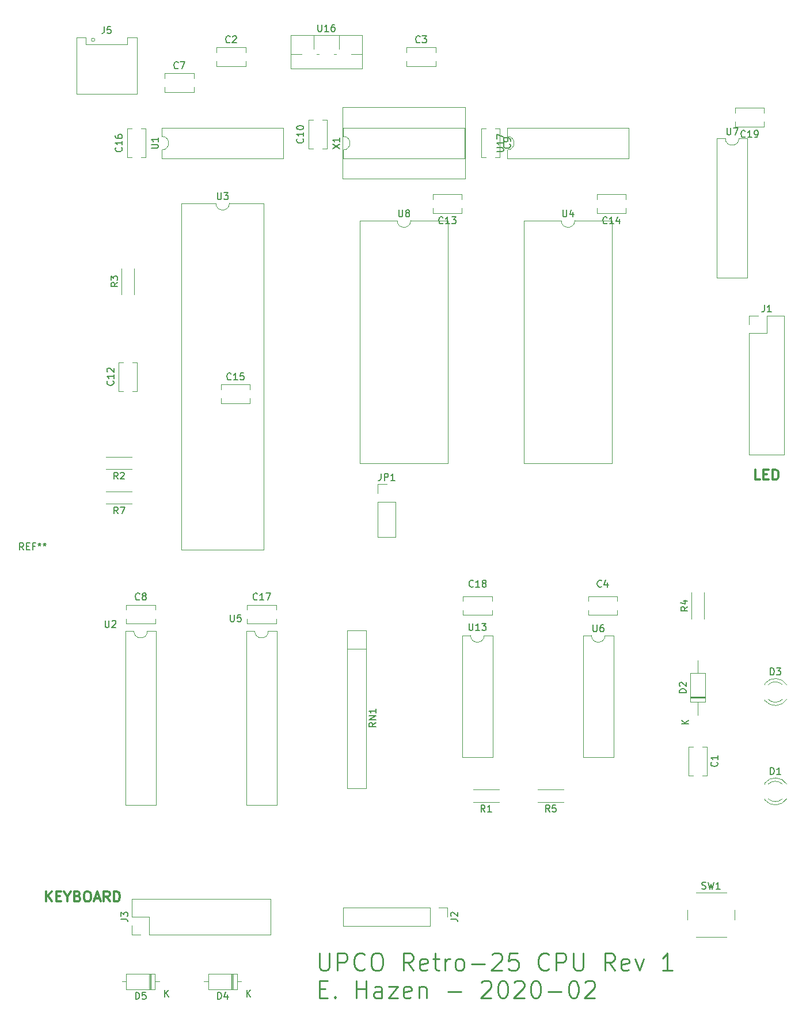
<source format=gbr>
G04 #@! TF.GenerationSoftware,KiCad,Pcbnew,5.0.2-bee76a0~70~ubuntu16.04.1*
G04 #@! TF.CreationDate,2020-02-27T20:32:16-05:00*
G04 #@! TF.ProjectId,cpu,6370752e-6b69-4636-9164-5f7063625858,rev?*
G04 #@! TF.SameCoordinates,Original*
G04 #@! TF.FileFunction,Legend,Top*
G04 #@! TF.FilePolarity,Positive*
%FSLAX46Y46*%
G04 Gerber Fmt 4.6, Leading zero omitted, Abs format (unit mm)*
G04 Created by KiCad (PCBNEW 5.0.2-bee76a0~70~ubuntu16.04.1) date Thu 27 Feb 2020 08:32:16 PM EST*
%MOMM*%
%LPD*%
G01*
G04 APERTURE LIST*
%ADD10C,0.300000*%
%ADD11C,0.254000*%
%ADD12C,0.120000*%
%ADD13C,0.150000*%
G04 APERTURE END LIST*
D10*
X31183142Y-154602571D02*
X31183142Y-153102571D01*
X32040285Y-154602571D02*
X31397428Y-153745428D01*
X32040285Y-153102571D02*
X31183142Y-153959714D01*
X32683142Y-153816857D02*
X33183142Y-153816857D01*
X33397428Y-154602571D02*
X32683142Y-154602571D01*
X32683142Y-153102571D01*
X33397428Y-153102571D01*
X34326000Y-153888285D02*
X34326000Y-154602571D01*
X33826000Y-153102571D02*
X34326000Y-153888285D01*
X34826000Y-153102571D01*
X35826000Y-153816857D02*
X36040285Y-153888285D01*
X36111714Y-153959714D01*
X36183142Y-154102571D01*
X36183142Y-154316857D01*
X36111714Y-154459714D01*
X36040285Y-154531142D01*
X35897428Y-154602571D01*
X35326000Y-154602571D01*
X35326000Y-153102571D01*
X35826000Y-153102571D01*
X35968857Y-153174000D01*
X36040285Y-153245428D01*
X36111714Y-153388285D01*
X36111714Y-153531142D01*
X36040285Y-153674000D01*
X35968857Y-153745428D01*
X35826000Y-153816857D01*
X35326000Y-153816857D01*
X37111714Y-153102571D02*
X37397428Y-153102571D01*
X37540285Y-153174000D01*
X37683142Y-153316857D01*
X37754571Y-153602571D01*
X37754571Y-154102571D01*
X37683142Y-154388285D01*
X37540285Y-154531142D01*
X37397428Y-154602571D01*
X37111714Y-154602571D01*
X36968857Y-154531142D01*
X36826000Y-154388285D01*
X36754571Y-154102571D01*
X36754571Y-153602571D01*
X36826000Y-153316857D01*
X36968857Y-153174000D01*
X37111714Y-153102571D01*
X38326000Y-154174000D02*
X39040285Y-154174000D01*
X38183142Y-154602571D02*
X38683142Y-153102571D01*
X39183142Y-154602571D01*
X40540285Y-154602571D02*
X40040285Y-153888285D01*
X39683142Y-154602571D02*
X39683142Y-153102571D01*
X40254571Y-153102571D01*
X40397428Y-153174000D01*
X40468857Y-153245428D01*
X40540285Y-153388285D01*
X40540285Y-153602571D01*
X40468857Y-153745428D01*
X40397428Y-153816857D01*
X40254571Y-153888285D01*
X39683142Y-153888285D01*
X41183142Y-154602571D02*
X41183142Y-153102571D01*
X41540285Y-153102571D01*
X41754571Y-153174000D01*
X41897428Y-153316857D01*
X41968857Y-153459714D01*
X42040285Y-153745428D01*
X42040285Y-153959714D01*
X41968857Y-154245428D01*
X41897428Y-154388285D01*
X41754571Y-154531142D01*
X41540285Y-154602571D01*
X41183142Y-154602571D01*
X136195714Y-92626571D02*
X135481428Y-92626571D01*
X135481428Y-91126571D01*
X136695714Y-91840857D02*
X137195714Y-91840857D01*
X137410000Y-92626571D02*
X136695714Y-92626571D01*
X136695714Y-91126571D01*
X137410000Y-91126571D01*
X138052857Y-92626571D02*
X138052857Y-91126571D01*
X138410000Y-91126571D01*
X138624285Y-91198000D01*
X138767142Y-91340857D01*
X138838571Y-91483714D01*
X138910000Y-91769428D01*
X138910000Y-91983714D01*
X138838571Y-92269428D01*
X138767142Y-92412285D01*
X138624285Y-92555142D01*
X138410000Y-92626571D01*
X138052857Y-92626571D01*
D11*
X71381861Y-162185047D02*
X71381861Y-164241238D01*
X71502814Y-164483142D01*
X71623766Y-164604095D01*
X71865671Y-164725047D01*
X72349480Y-164725047D01*
X72591385Y-164604095D01*
X72712338Y-164483142D01*
X72833290Y-164241238D01*
X72833290Y-162185047D01*
X74042814Y-164725047D02*
X74042814Y-162185047D01*
X75010433Y-162185047D01*
X75252338Y-162306000D01*
X75373290Y-162426952D01*
X75494242Y-162668857D01*
X75494242Y-163031714D01*
X75373290Y-163273619D01*
X75252338Y-163394571D01*
X75010433Y-163515523D01*
X74042814Y-163515523D01*
X78034242Y-164483142D02*
X77913290Y-164604095D01*
X77550433Y-164725047D01*
X77308528Y-164725047D01*
X76945671Y-164604095D01*
X76703766Y-164362190D01*
X76582814Y-164120285D01*
X76461861Y-163636476D01*
X76461861Y-163273619D01*
X76582814Y-162789809D01*
X76703766Y-162547904D01*
X76945671Y-162306000D01*
X77308528Y-162185047D01*
X77550433Y-162185047D01*
X77913290Y-162306000D01*
X78034242Y-162426952D01*
X79606623Y-162185047D02*
X80090433Y-162185047D01*
X80332338Y-162306000D01*
X80574242Y-162547904D01*
X80695195Y-163031714D01*
X80695195Y-163878380D01*
X80574242Y-164362190D01*
X80332338Y-164604095D01*
X80090433Y-164725047D01*
X79606623Y-164725047D01*
X79364719Y-164604095D01*
X79122814Y-164362190D01*
X79001861Y-163878380D01*
X79001861Y-163031714D01*
X79122814Y-162547904D01*
X79364719Y-162306000D01*
X79606623Y-162185047D01*
X85170433Y-164725047D02*
X84323766Y-163515523D01*
X83719004Y-164725047D02*
X83719004Y-162185047D01*
X84686623Y-162185047D01*
X84928528Y-162306000D01*
X85049480Y-162426952D01*
X85170433Y-162668857D01*
X85170433Y-163031714D01*
X85049480Y-163273619D01*
X84928528Y-163394571D01*
X84686623Y-163515523D01*
X83719004Y-163515523D01*
X87226623Y-164604095D02*
X86984719Y-164725047D01*
X86500909Y-164725047D01*
X86259004Y-164604095D01*
X86138052Y-164362190D01*
X86138052Y-163394571D01*
X86259004Y-163152666D01*
X86500909Y-163031714D01*
X86984719Y-163031714D01*
X87226623Y-163152666D01*
X87347576Y-163394571D01*
X87347576Y-163636476D01*
X86138052Y-163878380D01*
X88073290Y-163031714D02*
X89040909Y-163031714D01*
X88436147Y-162185047D02*
X88436147Y-164362190D01*
X88557100Y-164604095D01*
X88799004Y-164725047D01*
X89040909Y-164725047D01*
X89887576Y-164725047D02*
X89887576Y-163031714D01*
X89887576Y-163515523D02*
X90008528Y-163273619D01*
X90129480Y-163152666D01*
X90371385Y-163031714D01*
X90613290Y-163031714D01*
X91822814Y-164725047D02*
X91580909Y-164604095D01*
X91459957Y-164483142D01*
X91339004Y-164241238D01*
X91339004Y-163515523D01*
X91459957Y-163273619D01*
X91580909Y-163152666D01*
X91822814Y-163031714D01*
X92185671Y-163031714D01*
X92427576Y-163152666D01*
X92548528Y-163273619D01*
X92669480Y-163515523D01*
X92669480Y-164241238D01*
X92548528Y-164483142D01*
X92427576Y-164604095D01*
X92185671Y-164725047D01*
X91822814Y-164725047D01*
X93758052Y-163757428D02*
X95693290Y-163757428D01*
X96781861Y-162426952D02*
X96902814Y-162306000D01*
X97144719Y-162185047D01*
X97749480Y-162185047D01*
X97991385Y-162306000D01*
X98112338Y-162426952D01*
X98233290Y-162668857D01*
X98233290Y-162910761D01*
X98112338Y-163273619D01*
X96660909Y-164725047D01*
X98233290Y-164725047D01*
X100531385Y-162185047D02*
X99321861Y-162185047D01*
X99200909Y-163394571D01*
X99321861Y-163273619D01*
X99563766Y-163152666D01*
X100168528Y-163152666D01*
X100410433Y-163273619D01*
X100531385Y-163394571D01*
X100652338Y-163636476D01*
X100652338Y-164241238D01*
X100531385Y-164483142D01*
X100410433Y-164604095D01*
X100168528Y-164725047D01*
X99563766Y-164725047D01*
X99321861Y-164604095D01*
X99200909Y-164483142D01*
X105127576Y-164483142D02*
X105006623Y-164604095D01*
X104643766Y-164725047D01*
X104401861Y-164725047D01*
X104039004Y-164604095D01*
X103797100Y-164362190D01*
X103676147Y-164120285D01*
X103555195Y-163636476D01*
X103555195Y-163273619D01*
X103676147Y-162789809D01*
X103797100Y-162547904D01*
X104039004Y-162306000D01*
X104401861Y-162185047D01*
X104643766Y-162185047D01*
X105006623Y-162306000D01*
X105127576Y-162426952D01*
X106216147Y-164725047D02*
X106216147Y-162185047D01*
X107183766Y-162185047D01*
X107425671Y-162306000D01*
X107546623Y-162426952D01*
X107667576Y-162668857D01*
X107667576Y-163031714D01*
X107546623Y-163273619D01*
X107425671Y-163394571D01*
X107183766Y-163515523D01*
X106216147Y-163515523D01*
X108756147Y-162185047D02*
X108756147Y-164241238D01*
X108877100Y-164483142D01*
X108998052Y-164604095D01*
X109239957Y-164725047D01*
X109723766Y-164725047D01*
X109965671Y-164604095D01*
X110086623Y-164483142D01*
X110207576Y-164241238D01*
X110207576Y-162185047D01*
X114803766Y-164725047D02*
X113957100Y-163515523D01*
X113352338Y-164725047D02*
X113352338Y-162185047D01*
X114319957Y-162185047D01*
X114561861Y-162306000D01*
X114682814Y-162426952D01*
X114803766Y-162668857D01*
X114803766Y-163031714D01*
X114682814Y-163273619D01*
X114561861Y-163394571D01*
X114319957Y-163515523D01*
X113352338Y-163515523D01*
X116859957Y-164604095D02*
X116618052Y-164725047D01*
X116134242Y-164725047D01*
X115892338Y-164604095D01*
X115771385Y-164362190D01*
X115771385Y-163394571D01*
X115892338Y-163152666D01*
X116134242Y-163031714D01*
X116618052Y-163031714D01*
X116859957Y-163152666D01*
X116980909Y-163394571D01*
X116980909Y-163636476D01*
X115771385Y-163878380D01*
X117827576Y-163031714D02*
X118432338Y-164725047D01*
X119037100Y-163031714D01*
X123270433Y-164725047D02*
X121819004Y-164725047D01*
X122544719Y-164725047D02*
X122544719Y-162185047D01*
X122302814Y-162547904D01*
X122060909Y-162789809D01*
X121819004Y-162910761D01*
X71381861Y-167458571D02*
X72228528Y-167458571D01*
X72591385Y-168789047D02*
X71381861Y-168789047D01*
X71381861Y-166249047D01*
X72591385Y-166249047D01*
X73679957Y-168547142D02*
X73800909Y-168668095D01*
X73679957Y-168789047D01*
X73559004Y-168668095D01*
X73679957Y-168547142D01*
X73679957Y-168789047D01*
X76824719Y-168789047D02*
X76824719Y-166249047D01*
X76824719Y-167458571D02*
X78276147Y-167458571D01*
X78276147Y-168789047D02*
X78276147Y-166249047D01*
X80574242Y-168789047D02*
X80574242Y-167458571D01*
X80453290Y-167216666D01*
X80211385Y-167095714D01*
X79727576Y-167095714D01*
X79485671Y-167216666D01*
X80574242Y-168668095D02*
X80332338Y-168789047D01*
X79727576Y-168789047D01*
X79485671Y-168668095D01*
X79364719Y-168426190D01*
X79364719Y-168184285D01*
X79485671Y-167942380D01*
X79727576Y-167821428D01*
X80332338Y-167821428D01*
X80574242Y-167700476D01*
X81541861Y-167095714D02*
X82872338Y-167095714D01*
X81541861Y-168789047D01*
X82872338Y-168789047D01*
X84807576Y-168668095D02*
X84565671Y-168789047D01*
X84081861Y-168789047D01*
X83839957Y-168668095D01*
X83719004Y-168426190D01*
X83719004Y-167458571D01*
X83839957Y-167216666D01*
X84081861Y-167095714D01*
X84565671Y-167095714D01*
X84807576Y-167216666D01*
X84928528Y-167458571D01*
X84928528Y-167700476D01*
X83719004Y-167942380D01*
X86017100Y-167095714D02*
X86017100Y-168789047D01*
X86017100Y-167337619D02*
X86138052Y-167216666D01*
X86379957Y-167095714D01*
X86742814Y-167095714D01*
X86984719Y-167216666D01*
X87105671Y-167458571D01*
X87105671Y-168789047D01*
X90250433Y-167821428D02*
X92185671Y-167821428D01*
X95209480Y-166490952D02*
X95330433Y-166370000D01*
X95572338Y-166249047D01*
X96177100Y-166249047D01*
X96419004Y-166370000D01*
X96539957Y-166490952D01*
X96660909Y-166732857D01*
X96660909Y-166974761D01*
X96539957Y-167337619D01*
X95088528Y-168789047D01*
X96660909Y-168789047D01*
X98233290Y-166249047D02*
X98475195Y-166249047D01*
X98717100Y-166370000D01*
X98838052Y-166490952D01*
X98959004Y-166732857D01*
X99079957Y-167216666D01*
X99079957Y-167821428D01*
X98959004Y-168305238D01*
X98838052Y-168547142D01*
X98717100Y-168668095D01*
X98475195Y-168789047D01*
X98233290Y-168789047D01*
X97991385Y-168668095D01*
X97870433Y-168547142D01*
X97749480Y-168305238D01*
X97628528Y-167821428D01*
X97628528Y-167216666D01*
X97749480Y-166732857D01*
X97870433Y-166490952D01*
X97991385Y-166370000D01*
X98233290Y-166249047D01*
X100047576Y-166490952D02*
X100168528Y-166370000D01*
X100410433Y-166249047D01*
X101015195Y-166249047D01*
X101257100Y-166370000D01*
X101378052Y-166490952D01*
X101499004Y-166732857D01*
X101499004Y-166974761D01*
X101378052Y-167337619D01*
X99926623Y-168789047D01*
X101499004Y-168789047D01*
X103071385Y-166249047D02*
X103313290Y-166249047D01*
X103555195Y-166370000D01*
X103676147Y-166490952D01*
X103797100Y-166732857D01*
X103918052Y-167216666D01*
X103918052Y-167821428D01*
X103797100Y-168305238D01*
X103676147Y-168547142D01*
X103555195Y-168668095D01*
X103313290Y-168789047D01*
X103071385Y-168789047D01*
X102829480Y-168668095D01*
X102708528Y-168547142D01*
X102587576Y-168305238D01*
X102466623Y-167821428D01*
X102466623Y-167216666D01*
X102587576Y-166732857D01*
X102708528Y-166490952D01*
X102829480Y-166370000D01*
X103071385Y-166249047D01*
X105006623Y-167821428D02*
X106941861Y-167821428D01*
X108635195Y-166249047D02*
X108877100Y-166249047D01*
X109119004Y-166370000D01*
X109239957Y-166490952D01*
X109360909Y-166732857D01*
X109481861Y-167216666D01*
X109481861Y-167821428D01*
X109360909Y-168305238D01*
X109239957Y-168547142D01*
X109119004Y-168668095D01*
X108877100Y-168789047D01*
X108635195Y-168789047D01*
X108393290Y-168668095D01*
X108272338Y-168547142D01*
X108151385Y-168305238D01*
X108030433Y-167821428D01*
X108030433Y-167216666D01*
X108151385Y-166732857D01*
X108272338Y-166490952D01*
X108393290Y-166370000D01*
X108635195Y-166249047D01*
X110449480Y-166490952D02*
X110570433Y-166370000D01*
X110812338Y-166249047D01*
X111417100Y-166249047D01*
X111659004Y-166370000D01*
X111779957Y-166490952D01*
X111900909Y-166732857D01*
X111900909Y-166974761D01*
X111779957Y-167337619D01*
X110328528Y-168789047D01*
X111900909Y-168789047D01*
D12*
G04 #@! TO.C,U4*
X108950000Y-54550000D02*
G75*
G02X106950000Y-54550000I-1000000J0D01*
G01*
X106950000Y-54550000D02*
X101490000Y-54550000D01*
X101490000Y-54550000D02*
X101490000Y-90230000D01*
X101490000Y-90230000D02*
X114410000Y-90230000D01*
X114410000Y-90230000D02*
X114410000Y-54550000D01*
X114410000Y-54550000D02*
X108950000Y-54550000D01*
G04 #@! TO.C,U1*
X48200000Y-40930000D02*
X48200000Y-42180000D01*
X66100000Y-40930000D02*
X48200000Y-40930000D01*
X66100000Y-45430000D02*
X66100000Y-40930000D01*
X48200000Y-45430000D02*
X66100000Y-45430000D01*
X48200000Y-44180000D02*
X48200000Y-45430000D01*
X48200000Y-42180000D02*
G75*
G02X48200000Y-44180000I0J-1000000D01*
G01*
G04 #@! TO.C,U8*
X90280000Y-54550000D02*
X84820000Y-54550000D01*
X90280000Y-90230000D02*
X90280000Y-54550000D01*
X77360000Y-90230000D02*
X90280000Y-90230000D01*
X77360000Y-54550000D02*
X77360000Y-90230000D01*
X82820000Y-54550000D02*
X77360000Y-54550000D01*
X84820000Y-54550000D02*
G75*
G02X82820000Y-54550000I-1000000J0D01*
G01*
G04 #@! TO.C,C1*
X126335000Y-136085000D02*
X125630000Y-136085000D01*
X128370000Y-136085000D02*
X127665000Y-136085000D01*
X126335000Y-131845000D02*
X125630000Y-131845000D01*
X128370000Y-131845000D02*
X127665000Y-131845000D01*
X125630000Y-131845000D02*
X125630000Y-136085000D01*
X128370000Y-131845000D02*
X128370000Y-136085000D01*
G04 #@! TO.C,C3*
X88460000Y-31145000D02*
X88460000Y-31850000D01*
X88460000Y-29110000D02*
X88460000Y-29815000D01*
X84220000Y-31145000D02*
X84220000Y-31850000D01*
X84220000Y-29110000D02*
X84220000Y-29815000D01*
X84220000Y-31850000D02*
X88460000Y-31850000D01*
X84220000Y-29110000D02*
X88460000Y-29110000D01*
G04 #@! TO.C,C4*
X110930000Y-110460000D02*
X110930000Y-109755000D01*
X110930000Y-112495000D02*
X110930000Y-111790000D01*
X115170000Y-110460000D02*
X115170000Y-109755000D01*
X115170000Y-112495000D02*
X115170000Y-111790000D01*
X115170000Y-109755000D02*
X110930000Y-109755000D01*
X115170000Y-112495000D02*
X110930000Y-112495000D01*
G04 #@! TO.C,C7*
X52900000Y-34955000D02*
X52900000Y-35660000D01*
X52900000Y-32920000D02*
X52900000Y-33625000D01*
X48660000Y-34955000D02*
X48660000Y-35660000D01*
X48660000Y-32920000D02*
X48660000Y-33625000D01*
X48660000Y-35660000D02*
X52900000Y-35660000D01*
X48660000Y-32920000D02*
X52900000Y-32920000D01*
G04 #@! TO.C,C8*
X42985000Y-111730000D02*
X42985000Y-111025000D01*
X42985000Y-113765000D02*
X42985000Y-113060000D01*
X47225000Y-111730000D02*
X47225000Y-111025000D01*
X47225000Y-113765000D02*
X47225000Y-113060000D01*
X47225000Y-111025000D02*
X42985000Y-111025000D01*
X47225000Y-113765000D02*
X42985000Y-113765000D01*
G04 #@! TO.C,C9*
X95855000Y-45280000D02*
X95150000Y-45280000D01*
X97890000Y-45280000D02*
X97185000Y-45280000D01*
X95855000Y-41040000D02*
X95150000Y-41040000D01*
X97890000Y-41040000D02*
X97185000Y-41040000D01*
X95150000Y-41040000D02*
X95150000Y-45280000D01*
X97890000Y-41040000D02*
X97890000Y-45280000D01*
G04 #@! TO.C,C10*
X70455000Y-44010000D02*
X69750000Y-44010000D01*
X72490000Y-44010000D02*
X71785000Y-44010000D01*
X70455000Y-39770000D02*
X69750000Y-39770000D01*
X72490000Y-39770000D02*
X71785000Y-39770000D01*
X69750000Y-39770000D02*
X69750000Y-44010000D01*
X72490000Y-39770000D02*
X72490000Y-44010000D01*
G04 #@! TO.C,C12*
X43845000Y-75370000D02*
X44550000Y-75370000D01*
X41810000Y-75370000D02*
X42515000Y-75370000D01*
X43845000Y-79610000D02*
X44550000Y-79610000D01*
X41810000Y-79610000D02*
X42515000Y-79610000D01*
X44550000Y-79610000D02*
X44550000Y-75370000D01*
X41810000Y-79610000D02*
X41810000Y-75370000D01*
G04 #@! TO.C,C13*
X88070000Y-51405000D02*
X88070000Y-50700000D01*
X88070000Y-53440000D02*
X88070000Y-52735000D01*
X92310000Y-51405000D02*
X92310000Y-50700000D01*
X92310000Y-53440000D02*
X92310000Y-52735000D01*
X92310000Y-50700000D02*
X88070000Y-50700000D01*
X92310000Y-53440000D02*
X88070000Y-53440000D01*
G04 #@! TO.C,C14*
X112200000Y-51405000D02*
X112200000Y-50700000D01*
X112200000Y-53440000D02*
X112200000Y-52735000D01*
X116440000Y-51405000D02*
X116440000Y-50700000D01*
X116440000Y-53440000D02*
X116440000Y-52735000D01*
X116440000Y-50700000D02*
X112200000Y-50700000D01*
X116440000Y-53440000D02*
X112200000Y-53440000D01*
G04 #@! TO.C,C15*
X61155000Y-80675000D02*
X61155000Y-81380000D01*
X61155000Y-78640000D02*
X61155000Y-79345000D01*
X56915000Y-80675000D02*
X56915000Y-81380000D01*
X56915000Y-78640000D02*
X56915000Y-79345000D01*
X56915000Y-81380000D02*
X61155000Y-81380000D01*
X56915000Y-78640000D02*
X61155000Y-78640000D01*
G04 #@! TO.C,C16*
X43785000Y-45280000D02*
X43080000Y-45280000D01*
X45820000Y-45280000D02*
X45115000Y-45280000D01*
X43785000Y-41040000D02*
X43080000Y-41040000D01*
X45820000Y-41040000D02*
X45115000Y-41040000D01*
X43080000Y-41040000D02*
X43080000Y-45280000D01*
X45820000Y-41040000D02*
X45820000Y-45280000D01*
G04 #@! TO.C,C17*
X60765000Y-111730000D02*
X60765000Y-111025000D01*
X60765000Y-113765000D02*
X60765000Y-113060000D01*
X65005000Y-111730000D02*
X65005000Y-111025000D01*
X65005000Y-113765000D02*
X65005000Y-113060000D01*
X65005000Y-111025000D02*
X60765000Y-111025000D01*
X65005000Y-113765000D02*
X60765000Y-113765000D01*
G04 #@! TO.C,C18*
X92515000Y-110460000D02*
X92515000Y-109755000D01*
X92515000Y-112495000D02*
X92515000Y-111790000D01*
X96755000Y-110460000D02*
X96755000Y-109755000D01*
X96755000Y-112495000D02*
X96755000Y-111790000D01*
X96755000Y-109755000D02*
X92515000Y-109755000D01*
X96755000Y-112495000D02*
X92515000Y-112495000D01*
G04 #@! TO.C,C19*
X132520000Y-38705000D02*
X132520000Y-38000000D01*
X132520000Y-40740000D02*
X132520000Y-40035000D01*
X136760000Y-38705000D02*
X136760000Y-38000000D01*
X136760000Y-40740000D02*
X136760000Y-40035000D01*
X136760000Y-38000000D02*
X132520000Y-38000000D01*
X136760000Y-40740000D02*
X132520000Y-40740000D01*
G04 #@! TO.C,C2*
X56280000Y-29110000D02*
X60520000Y-29110000D01*
X56280000Y-31850000D02*
X60520000Y-31850000D01*
X56280000Y-29110000D02*
X56280000Y-29815000D01*
X56280000Y-31145000D02*
X56280000Y-31850000D01*
X60520000Y-29110000D02*
X60520000Y-29815000D01*
X60520000Y-31145000D02*
X60520000Y-31850000D01*
G04 #@! TO.C,D1*
X136870000Y-139510000D02*
X136870000Y-139666000D01*
X136870000Y-137194000D02*
X136870000Y-137350000D01*
X139471130Y-139509837D02*
G75*
G02X137389039Y-139510000I-1041130J1079837D01*
G01*
X139471130Y-137350163D02*
G75*
G03X137389039Y-137350000I-1041130J-1079837D01*
G01*
X140102335Y-139508608D02*
G75*
G02X136870000Y-139665516I-1672335J1078608D01*
G01*
X140102335Y-137351392D02*
G75*
G03X136870000Y-137194484I-1672335J-1078608D01*
G01*
G04 #@! TO.C,D2*
X125880000Y-125310000D02*
X128120000Y-125310000D01*
X128120000Y-125310000D02*
X128120000Y-121070000D01*
X128120000Y-121070000D02*
X125880000Y-121070000D01*
X125880000Y-121070000D02*
X125880000Y-125310000D01*
X127000000Y-127230000D02*
X127000000Y-125310000D01*
X127000000Y-119150000D02*
X127000000Y-121070000D01*
X125880000Y-124590000D02*
X128120000Y-124590000D01*
X125880000Y-124470000D02*
X128120000Y-124470000D01*
X125880000Y-124710000D02*
X128120000Y-124710000D01*
G04 #@! TO.C,D3*
X140102335Y-122746392D02*
G75*
G03X136870000Y-122589484I-1672335J-1078608D01*
G01*
X140102335Y-124903608D02*
G75*
G02X136870000Y-125060516I-1672335J1078608D01*
G01*
X139471130Y-122745163D02*
G75*
G03X137389039Y-122745000I-1041130J-1079837D01*
G01*
X139471130Y-124904837D02*
G75*
G02X137389039Y-124905000I-1041130J1079837D01*
G01*
X136870000Y-122589000D02*
X136870000Y-122745000D01*
X136870000Y-124905000D02*
X136870000Y-125061000D01*
G04 #@! TO.C,D4*
X59270000Y-167490000D02*
X59270000Y-165250000D01*
X59270000Y-165250000D02*
X55030000Y-165250000D01*
X55030000Y-165250000D02*
X55030000Y-167490000D01*
X55030000Y-167490000D02*
X59270000Y-167490000D01*
X59920000Y-166370000D02*
X59270000Y-166370000D01*
X54380000Y-166370000D02*
X55030000Y-166370000D01*
X58550000Y-167490000D02*
X58550000Y-165250000D01*
X58430000Y-167490000D02*
X58430000Y-165250000D01*
X58670000Y-167490000D02*
X58670000Y-165250000D01*
G04 #@! TO.C,D5*
X46605000Y-167490000D02*
X46605000Y-165250000D01*
X46365000Y-167490000D02*
X46365000Y-165250000D01*
X46485000Y-167490000D02*
X46485000Y-165250000D01*
X42315000Y-166370000D02*
X42965000Y-166370000D01*
X47855000Y-166370000D02*
X47205000Y-166370000D01*
X42965000Y-167490000D02*
X47205000Y-167490000D01*
X42965000Y-165250000D02*
X42965000Y-167490000D01*
X47205000Y-165250000D02*
X42965000Y-165250000D01*
X47205000Y-167490000D02*
X47205000Y-165250000D01*
G04 #@! TO.C,J1*
X134560000Y-68520000D02*
X135890000Y-68520000D01*
X134560000Y-69850000D02*
X134560000Y-68520000D01*
X137160000Y-68520000D02*
X139760000Y-68520000D01*
X137160000Y-71120000D02*
X137160000Y-68520000D01*
X134560000Y-71120000D02*
X137160000Y-71120000D01*
X139760000Y-68520000D02*
X139760000Y-88960000D01*
X134560000Y-71120000D02*
X134560000Y-88960000D01*
X134560000Y-88960000D02*
X139760000Y-88960000D01*
G04 #@! TO.C,J2*
X74870000Y-155515000D02*
X74870000Y-158175000D01*
X87630000Y-155515000D02*
X74870000Y-155515000D01*
X87630000Y-158175000D02*
X74870000Y-158175000D01*
X87630000Y-155515000D02*
X87630000Y-158175000D01*
X88900000Y-155515000D02*
X90230000Y-155515000D01*
X90230000Y-155515000D02*
X90230000Y-156845000D01*
G04 #@! TO.C,J3*
X64195000Y-159445000D02*
X64195000Y-154245000D01*
X46355000Y-159445000D02*
X64195000Y-159445000D01*
X43755000Y-154245000D02*
X64195000Y-154245000D01*
X46355000Y-159445000D02*
X46355000Y-156845000D01*
X46355000Y-156845000D02*
X43755000Y-156845000D01*
X43755000Y-156845000D02*
X43755000Y-154245000D01*
X45085000Y-159445000D02*
X43755000Y-159445000D01*
X43755000Y-159445000D02*
X43755000Y-158115000D01*
G04 #@! TO.C,J5*
X38350000Y-28000000D02*
G75*
G03X38350000Y-28000000I-250000J0D01*
G01*
X40080000Y-35910000D02*
X35640000Y-35910000D01*
X35640000Y-35910000D02*
X35640000Y-27690000D01*
X35640000Y-27690000D02*
X37060000Y-27690000D01*
X37060000Y-27690000D02*
X37060000Y-28640000D01*
X37060000Y-28640000D02*
X40080000Y-28640000D01*
X40080000Y-35910000D02*
X44520000Y-35910000D01*
X44520000Y-35910000D02*
X44520000Y-27690000D01*
X44520000Y-27690000D02*
X43100000Y-27690000D01*
X43100000Y-27690000D02*
X43100000Y-28640000D01*
X43100000Y-28640000D02*
X40080000Y-28640000D01*
G04 #@! TO.C,JP1*
X79950000Y-101025000D02*
X82610000Y-101025000D01*
X79950000Y-95885000D02*
X79950000Y-101025000D01*
X82610000Y-95885000D02*
X82610000Y-101025000D01*
X79950000Y-95885000D02*
X82610000Y-95885000D01*
X79950000Y-94615000D02*
X79950000Y-93285000D01*
X79950000Y-93285000D02*
X81280000Y-93285000D01*
G04 #@! TO.C,R1*
X97805000Y-139985000D02*
X93965000Y-139985000D01*
X97805000Y-138145000D02*
X93965000Y-138145000D01*
G04 #@! TO.C,R2*
X43830000Y-89250000D02*
X39990000Y-89250000D01*
X43830000Y-91090000D02*
X39990000Y-91090000D01*
G04 #@! TO.C,R3*
X42260000Y-65420000D02*
X42260000Y-61580000D01*
X44100000Y-65420000D02*
X44100000Y-61580000D01*
G04 #@! TO.C,R4*
X127920000Y-113045000D02*
X127920000Y-109205000D01*
X126080000Y-113045000D02*
X126080000Y-109205000D01*
G04 #@! TO.C,R5*
X107330000Y-138145000D02*
X103490000Y-138145000D01*
X107330000Y-139985000D02*
X103490000Y-139985000D01*
G04 #@! TO.C,R7*
X43830000Y-96170000D02*
X39990000Y-96170000D01*
X43830000Y-94330000D02*
X39990000Y-94330000D01*
G04 #@! TO.C,RN1*
X78235000Y-114765000D02*
X75435000Y-114765000D01*
X75435000Y-114765000D02*
X75435000Y-137965000D01*
X75435000Y-137965000D02*
X78235000Y-137965000D01*
X78235000Y-137965000D02*
X78235000Y-114765000D01*
X78235000Y-117475000D02*
X75435000Y-117475000D01*
G04 #@! TO.C,SW1*
X126730000Y-159805000D02*
X131230000Y-159805000D01*
X125480000Y-155805000D02*
X125480000Y-157305000D01*
X131230000Y-153305000D02*
X126730000Y-153305000D01*
X132480000Y-157305000D02*
X132480000Y-155805000D01*
G04 #@! TO.C,U2*
X47335000Y-114875000D02*
X46085000Y-114875000D01*
X47335000Y-140395000D02*
X47335000Y-114875000D01*
X42835000Y-140395000D02*
X47335000Y-140395000D01*
X42835000Y-114875000D02*
X42835000Y-140395000D01*
X44085000Y-114875000D02*
X42835000Y-114875000D01*
X46085000Y-114875000D02*
G75*
G02X44085000Y-114875000I-1000000J0D01*
G01*
G04 #@! TO.C,U3*
X58150000Y-52010000D02*
G75*
G02X56150000Y-52010000I-1000000J0D01*
G01*
X56150000Y-52010000D02*
X51090000Y-52010000D01*
X51090000Y-52010000D02*
X51090000Y-102930000D01*
X51090000Y-102930000D02*
X63210000Y-102930000D01*
X63210000Y-102930000D02*
X63210000Y-52010000D01*
X63210000Y-52010000D02*
X58150000Y-52010000D01*
G04 #@! TO.C,U5*
X63865000Y-114875000D02*
G75*
G02X61865000Y-114875000I-1000000J0D01*
G01*
X61865000Y-114875000D02*
X60615000Y-114875000D01*
X60615000Y-114875000D02*
X60615000Y-140395000D01*
X60615000Y-140395000D02*
X65115000Y-140395000D01*
X65115000Y-140395000D02*
X65115000Y-114875000D01*
X65115000Y-114875000D02*
X63865000Y-114875000D01*
G04 #@! TO.C,U6*
X114645000Y-115510000D02*
X113395000Y-115510000D01*
X114645000Y-133410000D02*
X114645000Y-115510000D01*
X110145000Y-133410000D02*
X114645000Y-133410000D01*
X110145000Y-115510000D02*
X110145000Y-133410000D01*
X111395000Y-115510000D02*
X110145000Y-115510000D01*
X113395000Y-115510000D02*
G75*
G02X111395000Y-115510000I-1000000J0D01*
G01*
G04 #@! TO.C,U7*
X133080000Y-42485000D02*
G75*
G02X131080000Y-42485000I-1000000J0D01*
G01*
X131080000Y-42485000D02*
X129830000Y-42485000D01*
X129830000Y-42485000D02*
X129830000Y-62925000D01*
X129830000Y-62925000D02*
X134330000Y-62925000D01*
X134330000Y-62925000D02*
X134330000Y-42485000D01*
X134330000Y-42485000D02*
X133080000Y-42485000D01*
G04 #@! TO.C,U13*
X95615000Y-115510000D02*
G75*
G02X93615000Y-115510000I-1000000J0D01*
G01*
X93615000Y-115510000D02*
X92365000Y-115510000D01*
X92365000Y-115510000D02*
X92365000Y-133410000D01*
X92365000Y-133410000D02*
X96865000Y-133410000D01*
X96865000Y-133410000D02*
X96865000Y-115510000D01*
X96865000Y-115510000D02*
X95615000Y-115510000D01*
G04 #@! TO.C,U16*
X67140000Y-27312000D02*
X77640000Y-27312000D01*
X67140000Y-32253000D02*
X77640000Y-32253000D01*
X67140000Y-27312000D02*
X67140000Y-32253000D01*
X77640000Y-27312000D02*
X77640000Y-32253000D01*
X67140000Y-30072000D02*
X68747000Y-30072000D01*
X70953000Y-30072000D02*
X71288000Y-30072000D01*
X73493000Y-30072000D02*
X73828000Y-30072000D01*
X76033000Y-30072000D02*
X77640000Y-30072000D01*
X70540000Y-27312000D02*
X70540000Y-29330000D01*
X74241000Y-27312000D02*
X74241000Y-29330000D01*
G04 #@! TO.C,U17*
X99000000Y-42180000D02*
G75*
G02X99000000Y-44180000I0J-1000000D01*
G01*
X99000000Y-44180000D02*
X99000000Y-45430000D01*
X99000000Y-45430000D02*
X116900000Y-45430000D01*
X116900000Y-45430000D02*
X116900000Y-40930000D01*
X116900000Y-40930000D02*
X99000000Y-40930000D01*
X99000000Y-40930000D02*
X99000000Y-42180000D01*
G04 #@! TO.C,X1*
X74870000Y-42180000D02*
G75*
G02X74870000Y-44180000I0J-1000000D01*
G01*
X74870000Y-44180000D02*
X74870000Y-45430000D01*
X74870000Y-45430000D02*
X92770000Y-45430000D01*
X92770000Y-45430000D02*
X92770000Y-40930000D01*
X92770000Y-40930000D02*
X74870000Y-40930000D01*
X74870000Y-40930000D02*
X74870000Y-42180000D01*
X74810000Y-48430000D02*
X92830000Y-48430000D01*
X92830000Y-48430000D02*
X92830000Y-37930000D01*
X92830000Y-37930000D02*
X74810000Y-37930000D01*
X74810000Y-37930000D02*
X74810000Y-48430000D01*
G04 #@! TO.C,U4*
D13*
X107188095Y-53002380D02*
X107188095Y-53811904D01*
X107235714Y-53907142D01*
X107283333Y-53954761D01*
X107378571Y-54002380D01*
X107569047Y-54002380D01*
X107664285Y-53954761D01*
X107711904Y-53907142D01*
X107759523Y-53811904D01*
X107759523Y-53002380D01*
X108664285Y-53335714D02*
X108664285Y-54002380D01*
X108426190Y-52954761D02*
X108188095Y-53669047D01*
X108807142Y-53669047D01*
G04 #@! TO.C,U1*
X46652380Y-43941904D02*
X47461904Y-43941904D01*
X47557142Y-43894285D01*
X47604761Y-43846666D01*
X47652380Y-43751428D01*
X47652380Y-43560952D01*
X47604761Y-43465714D01*
X47557142Y-43418095D01*
X47461904Y-43370476D01*
X46652380Y-43370476D01*
X47652380Y-42370476D02*
X47652380Y-42941904D01*
X47652380Y-42656190D02*
X46652380Y-42656190D01*
X46795238Y-42751428D01*
X46890476Y-42846666D01*
X46938095Y-42941904D01*
G04 #@! TO.C,U8*
X83058095Y-53002380D02*
X83058095Y-53811904D01*
X83105714Y-53907142D01*
X83153333Y-53954761D01*
X83248571Y-54002380D01*
X83439047Y-54002380D01*
X83534285Y-53954761D01*
X83581904Y-53907142D01*
X83629523Y-53811904D01*
X83629523Y-53002380D01*
X84248571Y-53430952D02*
X84153333Y-53383333D01*
X84105714Y-53335714D01*
X84058095Y-53240476D01*
X84058095Y-53192857D01*
X84105714Y-53097619D01*
X84153333Y-53050000D01*
X84248571Y-53002380D01*
X84439047Y-53002380D01*
X84534285Y-53050000D01*
X84581904Y-53097619D01*
X84629523Y-53192857D01*
X84629523Y-53240476D01*
X84581904Y-53335714D01*
X84534285Y-53383333D01*
X84439047Y-53430952D01*
X84248571Y-53430952D01*
X84153333Y-53478571D01*
X84105714Y-53526190D01*
X84058095Y-53621428D01*
X84058095Y-53811904D01*
X84105714Y-53907142D01*
X84153333Y-53954761D01*
X84248571Y-54002380D01*
X84439047Y-54002380D01*
X84534285Y-53954761D01*
X84581904Y-53907142D01*
X84629523Y-53811904D01*
X84629523Y-53621428D01*
X84581904Y-53526190D01*
X84534285Y-53478571D01*
X84439047Y-53430952D01*
G04 #@! TO.C,C1*
X129857142Y-134131666D02*
X129904761Y-134179285D01*
X129952380Y-134322142D01*
X129952380Y-134417380D01*
X129904761Y-134560238D01*
X129809523Y-134655476D01*
X129714285Y-134703095D01*
X129523809Y-134750714D01*
X129380952Y-134750714D01*
X129190476Y-134703095D01*
X129095238Y-134655476D01*
X129000000Y-134560238D01*
X128952380Y-134417380D01*
X128952380Y-134322142D01*
X129000000Y-134179285D01*
X129047619Y-134131666D01*
X129952380Y-133179285D02*
X129952380Y-133750714D01*
X129952380Y-133465000D02*
X128952380Y-133465000D01*
X129095238Y-133560238D01*
X129190476Y-133655476D01*
X129238095Y-133750714D01*
G04 #@! TO.C,C3*
X86173333Y-28337142D02*
X86125714Y-28384761D01*
X85982857Y-28432380D01*
X85887619Y-28432380D01*
X85744761Y-28384761D01*
X85649523Y-28289523D01*
X85601904Y-28194285D01*
X85554285Y-28003809D01*
X85554285Y-27860952D01*
X85601904Y-27670476D01*
X85649523Y-27575238D01*
X85744761Y-27480000D01*
X85887619Y-27432380D01*
X85982857Y-27432380D01*
X86125714Y-27480000D01*
X86173333Y-27527619D01*
X86506666Y-27432380D02*
X87125714Y-27432380D01*
X86792380Y-27813333D01*
X86935238Y-27813333D01*
X87030476Y-27860952D01*
X87078095Y-27908571D01*
X87125714Y-28003809D01*
X87125714Y-28241904D01*
X87078095Y-28337142D01*
X87030476Y-28384761D01*
X86935238Y-28432380D01*
X86649523Y-28432380D01*
X86554285Y-28384761D01*
X86506666Y-28337142D01*
G04 #@! TO.C,C4*
X112863333Y-108307142D02*
X112815714Y-108354761D01*
X112672857Y-108402380D01*
X112577619Y-108402380D01*
X112434761Y-108354761D01*
X112339523Y-108259523D01*
X112291904Y-108164285D01*
X112244285Y-107973809D01*
X112244285Y-107830952D01*
X112291904Y-107640476D01*
X112339523Y-107545238D01*
X112434761Y-107450000D01*
X112577619Y-107402380D01*
X112672857Y-107402380D01*
X112815714Y-107450000D01*
X112863333Y-107497619D01*
X113720476Y-107735714D02*
X113720476Y-108402380D01*
X113482380Y-107354761D02*
X113244285Y-108069047D01*
X113863333Y-108069047D01*
G04 #@! TO.C,C7*
X50613333Y-32147142D02*
X50565714Y-32194761D01*
X50422857Y-32242380D01*
X50327619Y-32242380D01*
X50184761Y-32194761D01*
X50089523Y-32099523D01*
X50041904Y-32004285D01*
X49994285Y-31813809D01*
X49994285Y-31670952D01*
X50041904Y-31480476D01*
X50089523Y-31385238D01*
X50184761Y-31290000D01*
X50327619Y-31242380D01*
X50422857Y-31242380D01*
X50565714Y-31290000D01*
X50613333Y-31337619D01*
X50946666Y-31242380D02*
X51613333Y-31242380D01*
X51184761Y-32242380D01*
G04 #@! TO.C,C8*
X44938333Y-110212142D02*
X44890714Y-110259761D01*
X44747857Y-110307380D01*
X44652619Y-110307380D01*
X44509761Y-110259761D01*
X44414523Y-110164523D01*
X44366904Y-110069285D01*
X44319285Y-109878809D01*
X44319285Y-109735952D01*
X44366904Y-109545476D01*
X44414523Y-109450238D01*
X44509761Y-109355000D01*
X44652619Y-109307380D01*
X44747857Y-109307380D01*
X44890714Y-109355000D01*
X44938333Y-109402619D01*
X45509761Y-109735952D02*
X45414523Y-109688333D01*
X45366904Y-109640714D01*
X45319285Y-109545476D01*
X45319285Y-109497857D01*
X45366904Y-109402619D01*
X45414523Y-109355000D01*
X45509761Y-109307380D01*
X45700238Y-109307380D01*
X45795476Y-109355000D01*
X45843095Y-109402619D01*
X45890714Y-109497857D01*
X45890714Y-109545476D01*
X45843095Y-109640714D01*
X45795476Y-109688333D01*
X45700238Y-109735952D01*
X45509761Y-109735952D01*
X45414523Y-109783571D01*
X45366904Y-109831190D01*
X45319285Y-109926428D01*
X45319285Y-110116904D01*
X45366904Y-110212142D01*
X45414523Y-110259761D01*
X45509761Y-110307380D01*
X45700238Y-110307380D01*
X45795476Y-110259761D01*
X45843095Y-110212142D01*
X45890714Y-110116904D01*
X45890714Y-109926428D01*
X45843095Y-109831190D01*
X45795476Y-109783571D01*
X45700238Y-109735952D01*
G04 #@! TO.C,C9*
X99377142Y-43326666D02*
X99424761Y-43374285D01*
X99472380Y-43517142D01*
X99472380Y-43612380D01*
X99424761Y-43755238D01*
X99329523Y-43850476D01*
X99234285Y-43898095D01*
X99043809Y-43945714D01*
X98900952Y-43945714D01*
X98710476Y-43898095D01*
X98615238Y-43850476D01*
X98520000Y-43755238D01*
X98472380Y-43612380D01*
X98472380Y-43517142D01*
X98520000Y-43374285D01*
X98567619Y-43326666D01*
X99472380Y-42850476D02*
X99472380Y-42660000D01*
X99424761Y-42564761D01*
X99377142Y-42517142D01*
X99234285Y-42421904D01*
X99043809Y-42374285D01*
X98662857Y-42374285D01*
X98567619Y-42421904D01*
X98520000Y-42469523D01*
X98472380Y-42564761D01*
X98472380Y-42755238D01*
X98520000Y-42850476D01*
X98567619Y-42898095D01*
X98662857Y-42945714D01*
X98900952Y-42945714D01*
X98996190Y-42898095D01*
X99043809Y-42850476D01*
X99091428Y-42755238D01*
X99091428Y-42564761D01*
X99043809Y-42469523D01*
X98996190Y-42421904D01*
X98900952Y-42374285D01*
G04 #@! TO.C,C10*
X68937142Y-42532857D02*
X68984761Y-42580476D01*
X69032380Y-42723333D01*
X69032380Y-42818571D01*
X68984761Y-42961428D01*
X68889523Y-43056666D01*
X68794285Y-43104285D01*
X68603809Y-43151904D01*
X68460952Y-43151904D01*
X68270476Y-43104285D01*
X68175238Y-43056666D01*
X68080000Y-42961428D01*
X68032380Y-42818571D01*
X68032380Y-42723333D01*
X68080000Y-42580476D01*
X68127619Y-42532857D01*
X69032380Y-41580476D02*
X69032380Y-42151904D01*
X69032380Y-41866190D02*
X68032380Y-41866190D01*
X68175238Y-41961428D01*
X68270476Y-42056666D01*
X68318095Y-42151904D01*
X68032380Y-40961428D02*
X68032380Y-40866190D01*
X68080000Y-40770952D01*
X68127619Y-40723333D01*
X68222857Y-40675714D01*
X68413333Y-40628095D01*
X68651428Y-40628095D01*
X68841904Y-40675714D01*
X68937142Y-40723333D01*
X68984761Y-40770952D01*
X69032380Y-40866190D01*
X69032380Y-40961428D01*
X68984761Y-41056666D01*
X68937142Y-41104285D01*
X68841904Y-41151904D01*
X68651428Y-41199523D01*
X68413333Y-41199523D01*
X68222857Y-41151904D01*
X68127619Y-41104285D01*
X68080000Y-41056666D01*
X68032380Y-40961428D01*
G04 #@! TO.C,C12*
X41037142Y-78132857D02*
X41084761Y-78180476D01*
X41132380Y-78323333D01*
X41132380Y-78418571D01*
X41084761Y-78561428D01*
X40989523Y-78656666D01*
X40894285Y-78704285D01*
X40703809Y-78751904D01*
X40560952Y-78751904D01*
X40370476Y-78704285D01*
X40275238Y-78656666D01*
X40180000Y-78561428D01*
X40132380Y-78418571D01*
X40132380Y-78323333D01*
X40180000Y-78180476D01*
X40227619Y-78132857D01*
X41132380Y-77180476D02*
X41132380Y-77751904D01*
X41132380Y-77466190D02*
X40132380Y-77466190D01*
X40275238Y-77561428D01*
X40370476Y-77656666D01*
X40418095Y-77751904D01*
X40227619Y-76799523D02*
X40180000Y-76751904D01*
X40132380Y-76656666D01*
X40132380Y-76418571D01*
X40180000Y-76323333D01*
X40227619Y-76275714D01*
X40322857Y-76228095D01*
X40418095Y-76228095D01*
X40560952Y-76275714D01*
X41132380Y-76847142D01*
X41132380Y-76228095D01*
G04 #@! TO.C,C13*
X89547142Y-54927142D02*
X89499523Y-54974761D01*
X89356666Y-55022380D01*
X89261428Y-55022380D01*
X89118571Y-54974761D01*
X89023333Y-54879523D01*
X88975714Y-54784285D01*
X88928095Y-54593809D01*
X88928095Y-54450952D01*
X88975714Y-54260476D01*
X89023333Y-54165238D01*
X89118571Y-54070000D01*
X89261428Y-54022380D01*
X89356666Y-54022380D01*
X89499523Y-54070000D01*
X89547142Y-54117619D01*
X90499523Y-55022380D02*
X89928095Y-55022380D01*
X90213809Y-55022380D02*
X90213809Y-54022380D01*
X90118571Y-54165238D01*
X90023333Y-54260476D01*
X89928095Y-54308095D01*
X90832857Y-54022380D02*
X91451904Y-54022380D01*
X91118571Y-54403333D01*
X91261428Y-54403333D01*
X91356666Y-54450952D01*
X91404285Y-54498571D01*
X91451904Y-54593809D01*
X91451904Y-54831904D01*
X91404285Y-54927142D01*
X91356666Y-54974761D01*
X91261428Y-55022380D01*
X90975714Y-55022380D01*
X90880476Y-54974761D01*
X90832857Y-54927142D01*
G04 #@! TO.C,C14*
X113677142Y-54927142D02*
X113629523Y-54974761D01*
X113486666Y-55022380D01*
X113391428Y-55022380D01*
X113248571Y-54974761D01*
X113153333Y-54879523D01*
X113105714Y-54784285D01*
X113058095Y-54593809D01*
X113058095Y-54450952D01*
X113105714Y-54260476D01*
X113153333Y-54165238D01*
X113248571Y-54070000D01*
X113391428Y-54022380D01*
X113486666Y-54022380D01*
X113629523Y-54070000D01*
X113677142Y-54117619D01*
X114629523Y-55022380D02*
X114058095Y-55022380D01*
X114343809Y-55022380D02*
X114343809Y-54022380D01*
X114248571Y-54165238D01*
X114153333Y-54260476D01*
X114058095Y-54308095D01*
X115486666Y-54355714D02*
X115486666Y-55022380D01*
X115248571Y-53974761D02*
X115010476Y-54689047D01*
X115629523Y-54689047D01*
G04 #@! TO.C,C15*
X58392142Y-77867142D02*
X58344523Y-77914761D01*
X58201666Y-77962380D01*
X58106428Y-77962380D01*
X57963571Y-77914761D01*
X57868333Y-77819523D01*
X57820714Y-77724285D01*
X57773095Y-77533809D01*
X57773095Y-77390952D01*
X57820714Y-77200476D01*
X57868333Y-77105238D01*
X57963571Y-77010000D01*
X58106428Y-76962380D01*
X58201666Y-76962380D01*
X58344523Y-77010000D01*
X58392142Y-77057619D01*
X59344523Y-77962380D02*
X58773095Y-77962380D01*
X59058809Y-77962380D02*
X59058809Y-76962380D01*
X58963571Y-77105238D01*
X58868333Y-77200476D01*
X58773095Y-77248095D01*
X60249285Y-76962380D02*
X59773095Y-76962380D01*
X59725476Y-77438571D01*
X59773095Y-77390952D01*
X59868333Y-77343333D01*
X60106428Y-77343333D01*
X60201666Y-77390952D01*
X60249285Y-77438571D01*
X60296904Y-77533809D01*
X60296904Y-77771904D01*
X60249285Y-77867142D01*
X60201666Y-77914761D01*
X60106428Y-77962380D01*
X59868333Y-77962380D01*
X59773095Y-77914761D01*
X59725476Y-77867142D01*
G04 #@! TO.C,C16*
X42267142Y-43822857D02*
X42314761Y-43870476D01*
X42362380Y-44013333D01*
X42362380Y-44108571D01*
X42314761Y-44251428D01*
X42219523Y-44346666D01*
X42124285Y-44394285D01*
X41933809Y-44441904D01*
X41790952Y-44441904D01*
X41600476Y-44394285D01*
X41505238Y-44346666D01*
X41410000Y-44251428D01*
X41362380Y-44108571D01*
X41362380Y-44013333D01*
X41410000Y-43870476D01*
X41457619Y-43822857D01*
X42362380Y-42870476D02*
X42362380Y-43441904D01*
X42362380Y-43156190D02*
X41362380Y-43156190D01*
X41505238Y-43251428D01*
X41600476Y-43346666D01*
X41648095Y-43441904D01*
X41362380Y-42013333D02*
X41362380Y-42203809D01*
X41410000Y-42299047D01*
X41457619Y-42346666D01*
X41600476Y-42441904D01*
X41790952Y-42489523D01*
X42171904Y-42489523D01*
X42267142Y-42441904D01*
X42314761Y-42394285D01*
X42362380Y-42299047D01*
X42362380Y-42108571D01*
X42314761Y-42013333D01*
X42267142Y-41965714D01*
X42171904Y-41918095D01*
X41933809Y-41918095D01*
X41838571Y-41965714D01*
X41790952Y-42013333D01*
X41743333Y-42108571D01*
X41743333Y-42299047D01*
X41790952Y-42394285D01*
X41838571Y-42441904D01*
X41933809Y-42489523D01*
G04 #@! TO.C,C17*
X62242142Y-110212142D02*
X62194523Y-110259761D01*
X62051666Y-110307380D01*
X61956428Y-110307380D01*
X61813571Y-110259761D01*
X61718333Y-110164523D01*
X61670714Y-110069285D01*
X61623095Y-109878809D01*
X61623095Y-109735952D01*
X61670714Y-109545476D01*
X61718333Y-109450238D01*
X61813571Y-109355000D01*
X61956428Y-109307380D01*
X62051666Y-109307380D01*
X62194523Y-109355000D01*
X62242142Y-109402619D01*
X63194523Y-110307380D02*
X62623095Y-110307380D01*
X62908809Y-110307380D02*
X62908809Y-109307380D01*
X62813571Y-109450238D01*
X62718333Y-109545476D01*
X62623095Y-109593095D01*
X63527857Y-109307380D02*
X64194523Y-109307380D01*
X63765952Y-110307380D01*
G04 #@! TO.C,C18*
X93992142Y-108307142D02*
X93944523Y-108354761D01*
X93801666Y-108402380D01*
X93706428Y-108402380D01*
X93563571Y-108354761D01*
X93468333Y-108259523D01*
X93420714Y-108164285D01*
X93373095Y-107973809D01*
X93373095Y-107830952D01*
X93420714Y-107640476D01*
X93468333Y-107545238D01*
X93563571Y-107450000D01*
X93706428Y-107402380D01*
X93801666Y-107402380D01*
X93944523Y-107450000D01*
X93992142Y-107497619D01*
X94944523Y-108402380D02*
X94373095Y-108402380D01*
X94658809Y-108402380D02*
X94658809Y-107402380D01*
X94563571Y-107545238D01*
X94468333Y-107640476D01*
X94373095Y-107688095D01*
X95515952Y-107830952D02*
X95420714Y-107783333D01*
X95373095Y-107735714D01*
X95325476Y-107640476D01*
X95325476Y-107592857D01*
X95373095Y-107497619D01*
X95420714Y-107450000D01*
X95515952Y-107402380D01*
X95706428Y-107402380D01*
X95801666Y-107450000D01*
X95849285Y-107497619D01*
X95896904Y-107592857D01*
X95896904Y-107640476D01*
X95849285Y-107735714D01*
X95801666Y-107783333D01*
X95706428Y-107830952D01*
X95515952Y-107830952D01*
X95420714Y-107878571D01*
X95373095Y-107926190D01*
X95325476Y-108021428D01*
X95325476Y-108211904D01*
X95373095Y-108307142D01*
X95420714Y-108354761D01*
X95515952Y-108402380D01*
X95706428Y-108402380D01*
X95801666Y-108354761D01*
X95849285Y-108307142D01*
X95896904Y-108211904D01*
X95896904Y-108021428D01*
X95849285Y-107926190D01*
X95801666Y-107878571D01*
X95706428Y-107830952D01*
G04 #@! TO.C,C19*
X133997142Y-42227142D02*
X133949523Y-42274761D01*
X133806666Y-42322380D01*
X133711428Y-42322380D01*
X133568571Y-42274761D01*
X133473333Y-42179523D01*
X133425714Y-42084285D01*
X133378095Y-41893809D01*
X133378095Y-41750952D01*
X133425714Y-41560476D01*
X133473333Y-41465238D01*
X133568571Y-41370000D01*
X133711428Y-41322380D01*
X133806666Y-41322380D01*
X133949523Y-41370000D01*
X133997142Y-41417619D01*
X134949523Y-42322380D02*
X134378095Y-42322380D01*
X134663809Y-42322380D02*
X134663809Y-41322380D01*
X134568571Y-41465238D01*
X134473333Y-41560476D01*
X134378095Y-41608095D01*
X135425714Y-42322380D02*
X135616190Y-42322380D01*
X135711428Y-42274761D01*
X135759047Y-42227142D01*
X135854285Y-42084285D01*
X135901904Y-41893809D01*
X135901904Y-41512857D01*
X135854285Y-41417619D01*
X135806666Y-41370000D01*
X135711428Y-41322380D01*
X135520952Y-41322380D01*
X135425714Y-41370000D01*
X135378095Y-41417619D01*
X135330476Y-41512857D01*
X135330476Y-41750952D01*
X135378095Y-41846190D01*
X135425714Y-41893809D01*
X135520952Y-41941428D01*
X135711428Y-41941428D01*
X135806666Y-41893809D01*
X135854285Y-41846190D01*
X135901904Y-41750952D01*
G04 #@! TO.C,REF\002A\002A*
X27876666Y-102932380D02*
X27543333Y-102456190D01*
X27305238Y-102932380D02*
X27305238Y-101932380D01*
X27686190Y-101932380D01*
X27781428Y-101980000D01*
X27829047Y-102027619D01*
X27876666Y-102122857D01*
X27876666Y-102265714D01*
X27829047Y-102360952D01*
X27781428Y-102408571D01*
X27686190Y-102456190D01*
X27305238Y-102456190D01*
X28305238Y-102408571D02*
X28638571Y-102408571D01*
X28781428Y-102932380D02*
X28305238Y-102932380D01*
X28305238Y-101932380D01*
X28781428Y-101932380D01*
X29543333Y-102408571D02*
X29210000Y-102408571D01*
X29210000Y-102932380D02*
X29210000Y-101932380D01*
X29686190Y-101932380D01*
X30210000Y-101932380D02*
X30210000Y-102170476D01*
X29971904Y-102075238D02*
X30210000Y-102170476D01*
X30448095Y-102075238D01*
X30067142Y-102360952D02*
X30210000Y-102170476D01*
X30352857Y-102360952D01*
X30971904Y-101932380D02*
X30971904Y-102170476D01*
X30733809Y-102075238D02*
X30971904Y-102170476D01*
X31210000Y-102075238D01*
X30829047Y-102360952D02*
X30971904Y-102170476D01*
X31114761Y-102360952D01*
G04 #@! TO.C,C2*
X58233333Y-28337142D02*
X58185714Y-28384761D01*
X58042857Y-28432380D01*
X57947619Y-28432380D01*
X57804761Y-28384761D01*
X57709523Y-28289523D01*
X57661904Y-28194285D01*
X57614285Y-28003809D01*
X57614285Y-27860952D01*
X57661904Y-27670476D01*
X57709523Y-27575238D01*
X57804761Y-27480000D01*
X57947619Y-27432380D01*
X58042857Y-27432380D01*
X58185714Y-27480000D01*
X58233333Y-27527619D01*
X58614285Y-27527619D02*
X58661904Y-27480000D01*
X58757142Y-27432380D01*
X58995238Y-27432380D01*
X59090476Y-27480000D01*
X59138095Y-27527619D01*
X59185714Y-27622857D01*
X59185714Y-27718095D01*
X59138095Y-27860952D01*
X58566666Y-28432380D01*
X59185714Y-28432380D01*
G04 #@! TO.C,D1*
X137691904Y-135922380D02*
X137691904Y-134922380D01*
X137930000Y-134922380D01*
X138072857Y-134970000D01*
X138168095Y-135065238D01*
X138215714Y-135160476D01*
X138263333Y-135350952D01*
X138263333Y-135493809D01*
X138215714Y-135684285D01*
X138168095Y-135779523D01*
X138072857Y-135874761D01*
X137930000Y-135922380D01*
X137691904Y-135922380D01*
X139215714Y-135922380D02*
X138644285Y-135922380D01*
X138930000Y-135922380D02*
X138930000Y-134922380D01*
X138834761Y-135065238D01*
X138739523Y-135160476D01*
X138644285Y-135208095D01*
G04 #@! TO.C,D2*
X125332380Y-123928095D02*
X124332380Y-123928095D01*
X124332380Y-123690000D01*
X124380000Y-123547142D01*
X124475238Y-123451904D01*
X124570476Y-123404285D01*
X124760952Y-123356666D01*
X124903809Y-123356666D01*
X125094285Y-123404285D01*
X125189523Y-123451904D01*
X125284761Y-123547142D01*
X125332380Y-123690000D01*
X125332380Y-123928095D01*
X124427619Y-122975714D02*
X124380000Y-122928095D01*
X124332380Y-122832857D01*
X124332380Y-122594761D01*
X124380000Y-122499523D01*
X124427619Y-122451904D01*
X124522857Y-122404285D01*
X124618095Y-122404285D01*
X124760952Y-122451904D01*
X125332380Y-123023333D01*
X125332380Y-122404285D01*
X125652380Y-128531904D02*
X124652380Y-128531904D01*
X125652380Y-127960476D02*
X125080952Y-128389047D01*
X124652380Y-127960476D02*
X125223809Y-128531904D01*
G04 #@! TO.C,D3*
X137691904Y-121317380D02*
X137691904Y-120317380D01*
X137930000Y-120317380D01*
X138072857Y-120365000D01*
X138168095Y-120460238D01*
X138215714Y-120555476D01*
X138263333Y-120745952D01*
X138263333Y-120888809D01*
X138215714Y-121079285D01*
X138168095Y-121174523D01*
X138072857Y-121269761D01*
X137930000Y-121317380D01*
X137691904Y-121317380D01*
X138596666Y-120317380D02*
X139215714Y-120317380D01*
X138882380Y-120698333D01*
X139025238Y-120698333D01*
X139120476Y-120745952D01*
X139168095Y-120793571D01*
X139215714Y-120888809D01*
X139215714Y-121126904D01*
X139168095Y-121222142D01*
X139120476Y-121269761D01*
X139025238Y-121317380D01*
X138739523Y-121317380D01*
X138644285Y-121269761D01*
X138596666Y-121222142D01*
G04 #@! TO.C,D4*
X56411904Y-168942380D02*
X56411904Y-167942380D01*
X56650000Y-167942380D01*
X56792857Y-167990000D01*
X56888095Y-168085238D01*
X56935714Y-168180476D01*
X56983333Y-168370952D01*
X56983333Y-168513809D01*
X56935714Y-168704285D01*
X56888095Y-168799523D01*
X56792857Y-168894761D01*
X56650000Y-168942380D01*
X56411904Y-168942380D01*
X57840476Y-168275714D02*
X57840476Y-168942380D01*
X57602380Y-167894761D02*
X57364285Y-168609047D01*
X57983333Y-168609047D01*
X60698095Y-168622380D02*
X60698095Y-167622380D01*
X61269523Y-168622380D02*
X60840952Y-168050952D01*
X61269523Y-167622380D02*
X60698095Y-168193809D01*
G04 #@! TO.C,D5*
X44346904Y-168942380D02*
X44346904Y-167942380D01*
X44585000Y-167942380D01*
X44727857Y-167990000D01*
X44823095Y-168085238D01*
X44870714Y-168180476D01*
X44918333Y-168370952D01*
X44918333Y-168513809D01*
X44870714Y-168704285D01*
X44823095Y-168799523D01*
X44727857Y-168894761D01*
X44585000Y-168942380D01*
X44346904Y-168942380D01*
X45823095Y-167942380D02*
X45346904Y-167942380D01*
X45299285Y-168418571D01*
X45346904Y-168370952D01*
X45442142Y-168323333D01*
X45680238Y-168323333D01*
X45775476Y-168370952D01*
X45823095Y-168418571D01*
X45870714Y-168513809D01*
X45870714Y-168751904D01*
X45823095Y-168847142D01*
X45775476Y-168894761D01*
X45680238Y-168942380D01*
X45442142Y-168942380D01*
X45346904Y-168894761D01*
X45299285Y-168847142D01*
X48633095Y-168622380D02*
X48633095Y-167622380D01*
X49204523Y-168622380D02*
X48775952Y-168050952D01*
X49204523Y-167622380D02*
X48633095Y-168193809D01*
G04 #@! TO.C,J1*
X136826666Y-66972380D02*
X136826666Y-67686666D01*
X136779047Y-67829523D01*
X136683809Y-67924761D01*
X136540952Y-67972380D01*
X136445714Y-67972380D01*
X137826666Y-67972380D02*
X137255238Y-67972380D01*
X137540952Y-67972380D02*
X137540952Y-66972380D01*
X137445714Y-67115238D01*
X137350476Y-67210476D01*
X137255238Y-67258095D01*
G04 #@! TO.C,J2*
X90682380Y-157178333D02*
X91396666Y-157178333D01*
X91539523Y-157225952D01*
X91634761Y-157321190D01*
X91682380Y-157464047D01*
X91682380Y-157559285D01*
X90777619Y-156749761D02*
X90730000Y-156702142D01*
X90682380Y-156606904D01*
X90682380Y-156368809D01*
X90730000Y-156273571D01*
X90777619Y-156225952D01*
X90872857Y-156178333D01*
X90968095Y-156178333D01*
X91110952Y-156225952D01*
X91682380Y-156797380D01*
X91682380Y-156178333D01*
G04 #@! TO.C,J3*
X42207380Y-157178333D02*
X42921666Y-157178333D01*
X43064523Y-157225952D01*
X43159761Y-157321190D01*
X43207380Y-157464047D01*
X43207380Y-157559285D01*
X42207380Y-156797380D02*
X42207380Y-156178333D01*
X42588333Y-156511666D01*
X42588333Y-156368809D01*
X42635952Y-156273571D01*
X42683571Y-156225952D01*
X42778809Y-156178333D01*
X43016904Y-156178333D01*
X43112142Y-156225952D01*
X43159761Y-156273571D01*
X43207380Y-156368809D01*
X43207380Y-156654523D01*
X43159761Y-156749761D01*
X43112142Y-156797380D01*
G04 #@! TO.C,J5*
X39746666Y-26052380D02*
X39746666Y-26766666D01*
X39699047Y-26909523D01*
X39603809Y-27004761D01*
X39460952Y-27052380D01*
X39365714Y-27052380D01*
X40699047Y-26052380D02*
X40222857Y-26052380D01*
X40175238Y-26528571D01*
X40222857Y-26480952D01*
X40318095Y-26433333D01*
X40556190Y-26433333D01*
X40651428Y-26480952D01*
X40699047Y-26528571D01*
X40746666Y-26623809D01*
X40746666Y-26861904D01*
X40699047Y-26957142D01*
X40651428Y-27004761D01*
X40556190Y-27052380D01*
X40318095Y-27052380D01*
X40222857Y-27004761D01*
X40175238Y-26957142D01*
G04 #@! TO.C,JP1*
X80446666Y-91737380D02*
X80446666Y-92451666D01*
X80399047Y-92594523D01*
X80303809Y-92689761D01*
X80160952Y-92737380D01*
X80065714Y-92737380D01*
X80922857Y-92737380D02*
X80922857Y-91737380D01*
X81303809Y-91737380D01*
X81399047Y-91785000D01*
X81446666Y-91832619D01*
X81494285Y-91927857D01*
X81494285Y-92070714D01*
X81446666Y-92165952D01*
X81399047Y-92213571D01*
X81303809Y-92261190D01*
X80922857Y-92261190D01*
X82446666Y-92737380D02*
X81875238Y-92737380D01*
X82160952Y-92737380D02*
X82160952Y-91737380D01*
X82065714Y-91880238D01*
X81970476Y-91975476D01*
X81875238Y-92023095D01*
G04 #@! TO.C,R1*
X95718333Y-141437380D02*
X95385000Y-140961190D01*
X95146904Y-141437380D02*
X95146904Y-140437380D01*
X95527857Y-140437380D01*
X95623095Y-140485000D01*
X95670714Y-140532619D01*
X95718333Y-140627857D01*
X95718333Y-140770714D01*
X95670714Y-140865952D01*
X95623095Y-140913571D01*
X95527857Y-140961190D01*
X95146904Y-140961190D01*
X96670714Y-141437380D02*
X96099285Y-141437380D01*
X96385000Y-141437380D02*
X96385000Y-140437380D01*
X96289761Y-140580238D01*
X96194523Y-140675476D01*
X96099285Y-140723095D01*
G04 #@! TO.C,R2*
X41743333Y-92542380D02*
X41410000Y-92066190D01*
X41171904Y-92542380D02*
X41171904Y-91542380D01*
X41552857Y-91542380D01*
X41648095Y-91590000D01*
X41695714Y-91637619D01*
X41743333Y-91732857D01*
X41743333Y-91875714D01*
X41695714Y-91970952D01*
X41648095Y-92018571D01*
X41552857Y-92066190D01*
X41171904Y-92066190D01*
X42124285Y-91637619D02*
X42171904Y-91590000D01*
X42267142Y-91542380D01*
X42505238Y-91542380D01*
X42600476Y-91590000D01*
X42648095Y-91637619D01*
X42695714Y-91732857D01*
X42695714Y-91828095D01*
X42648095Y-91970952D01*
X42076666Y-92542380D01*
X42695714Y-92542380D01*
G04 #@! TO.C,R3*
X41712380Y-63666666D02*
X41236190Y-64000000D01*
X41712380Y-64238095D02*
X40712380Y-64238095D01*
X40712380Y-63857142D01*
X40760000Y-63761904D01*
X40807619Y-63714285D01*
X40902857Y-63666666D01*
X41045714Y-63666666D01*
X41140952Y-63714285D01*
X41188571Y-63761904D01*
X41236190Y-63857142D01*
X41236190Y-64238095D01*
X40712380Y-63333333D02*
X40712380Y-62714285D01*
X41093333Y-63047619D01*
X41093333Y-62904761D01*
X41140952Y-62809523D01*
X41188571Y-62761904D01*
X41283809Y-62714285D01*
X41521904Y-62714285D01*
X41617142Y-62761904D01*
X41664761Y-62809523D01*
X41712380Y-62904761D01*
X41712380Y-63190476D01*
X41664761Y-63285714D01*
X41617142Y-63333333D01*
G04 #@! TO.C,R4*
X125532380Y-111291666D02*
X125056190Y-111625000D01*
X125532380Y-111863095D02*
X124532380Y-111863095D01*
X124532380Y-111482142D01*
X124580000Y-111386904D01*
X124627619Y-111339285D01*
X124722857Y-111291666D01*
X124865714Y-111291666D01*
X124960952Y-111339285D01*
X125008571Y-111386904D01*
X125056190Y-111482142D01*
X125056190Y-111863095D01*
X124865714Y-110434523D02*
X125532380Y-110434523D01*
X124484761Y-110672619D02*
X125199047Y-110910714D01*
X125199047Y-110291666D01*
G04 #@! TO.C,R5*
X105243333Y-141437380D02*
X104910000Y-140961190D01*
X104671904Y-141437380D02*
X104671904Y-140437380D01*
X105052857Y-140437380D01*
X105148095Y-140485000D01*
X105195714Y-140532619D01*
X105243333Y-140627857D01*
X105243333Y-140770714D01*
X105195714Y-140865952D01*
X105148095Y-140913571D01*
X105052857Y-140961190D01*
X104671904Y-140961190D01*
X106148095Y-140437380D02*
X105671904Y-140437380D01*
X105624285Y-140913571D01*
X105671904Y-140865952D01*
X105767142Y-140818333D01*
X106005238Y-140818333D01*
X106100476Y-140865952D01*
X106148095Y-140913571D01*
X106195714Y-141008809D01*
X106195714Y-141246904D01*
X106148095Y-141342142D01*
X106100476Y-141389761D01*
X106005238Y-141437380D01*
X105767142Y-141437380D01*
X105671904Y-141389761D01*
X105624285Y-141342142D01*
G04 #@! TO.C,R7*
X41743333Y-97622380D02*
X41410000Y-97146190D01*
X41171904Y-97622380D02*
X41171904Y-96622380D01*
X41552857Y-96622380D01*
X41648095Y-96670000D01*
X41695714Y-96717619D01*
X41743333Y-96812857D01*
X41743333Y-96955714D01*
X41695714Y-97050952D01*
X41648095Y-97098571D01*
X41552857Y-97146190D01*
X41171904Y-97146190D01*
X42076666Y-96622380D02*
X42743333Y-96622380D01*
X42314761Y-97622380D01*
G04 #@! TO.C,RN1*
X79687380Y-128325476D02*
X79211190Y-128658809D01*
X79687380Y-128896904D02*
X78687380Y-128896904D01*
X78687380Y-128515952D01*
X78735000Y-128420714D01*
X78782619Y-128373095D01*
X78877857Y-128325476D01*
X79020714Y-128325476D01*
X79115952Y-128373095D01*
X79163571Y-128420714D01*
X79211190Y-128515952D01*
X79211190Y-128896904D01*
X79687380Y-127896904D02*
X78687380Y-127896904D01*
X79687380Y-127325476D01*
X78687380Y-127325476D01*
X79687380Y-126325476D02*
X79687380Y-126896904D01*
X79687380Y-126611190D02*
X78687380Y-126611190D01*
X78830238Y-126706428D01*
X78925476Y-126801666D01*
X78973095Y-126896904D01*
G04 #@! TO.C,SW1*
X127646666Y-152709761D02*
X127789523Y-152757380D01*
X128027619Y-152757380D01*
X128122857Y-152709761D01*
X128170476Y-152662142D01*
X128218095Y-152566904D01*
X128218095Y-152471666D01*
X128170476Y-152376428D01*
X128122857Y-152328809D01*
X128027619Y-152281190D01*
X127837142Y-152233571D01*
X127741904Y-152185952D01*
X127694285Y-152138333D01*
X127646666Y-152043095D01*
X127646666Y-151947857D01*
X127694285Y-151852619D01*
X127741904Y-151805000D01*
X127837142Y-151757380D01*
X128075238Y-151757380D01*
X128218095Y-151805000D01*
X128551428Y-151757380D02*
X128789523Y-152757380D01*
X128980000Y-152043095D01*
X129170476Y-152757380D01*
X129408571Y-151757380D01*
X130313333Y-152757380D02*
X129741904Y-152757380D01*
X130027619Y-152757380D02*
X130027619Y-151757380D01*
X129932380Y-151900238D01*
X129837142Y-151995476D01*
X129741904Y-152043095D01*
G04 #@! TO.C,U2*
X39878095Y-113327380D02*
X39878095Y-114136904D01*
X39925714Y-114232142D01*
X39973333Y-114279761D01*
X40068571Y-114327380D01*
X40259047Y-114327380D01*
X40354285Y-114279761D01*
X40401904Y-114232142D01*
X40449523Y-114136904D01*
X40449523Y-113327380D01*
X40878095Y-113422619D02*
X40925714Y-113375000D01*
X41020952Y-113327380D01*
X41259047Y-113327380D01*
X41354285Y-113375000D01*
X41401904Y-113422619D01*
X41449523Y-113517857D01*
X41449523Y-113613095D01*
X41401904Y-113755952D01*
X40830476Y-114327380D01*
X41449523Y-114327380D01*
G04 #@! TO.C,U3*
X56388095Y-50462380D02*
X56388095Y-51271904D01*
X56435714Y-51367142D01*
X56483333Y-51414761D01*
X56578571Y-51462380D01*
X56769047Y-51462380D01*
X56864285Y-51414761D01*
X56911904Y-51367142D01*
X56959523Y-51271904D01*
X56959523Y-50462380D01*
X57340476Y-50462380D02*
X57959523Y-50462380D01*
X57626190Y-50843333D01*
X57769047Y-50843333D01*
X57864285Y-50890952D01*
X57911904Y-50938571D01*
X57959523Y-51033809D01*
X57959523Y-51271904D01*
X57911904Y-51367142D01*
X57864285Y-51414761D01*
X57769047Y-51462380D01*
X57483333Y-51462380D01*
X57388095Y-51414761D01*
X57340476Y-51367142D01*
G04 #@! TO.C,U5*
X58293095Y-112482380D02*
X58293095Y-113291904D01*
X58340714Y-113387142D01*
X58388333Y-113434761D01*
X58483571Y-113482380D01*
X58674047Y-113482380D01*
X58769285Y-113434761D01*
X58816904Y-113387142D01*
X58864523Y-113291904D01*
X58864523Y-112482380D01*
X59816904Y-112482380D02*
X59340714Y-112482380D01*
X59293095Y-112958571D01*
X59340714Y-112910952D01*
X59435952Y-112863333D01*
X59674047Y-112863333D01*
X59769285Y-112910952D01*
X59816904Y-112958571D01*
X59864523Y-113053809D01*
X59864523Y-113291904D01*
X59816904Y-113387142D01*
X59769285Y-113434761D01*
X59674047Y-113482380D01*
X59435952Y-113482380D01*
X59340714Y-113434761D01*
X59293095Y-113387142D01*
G04 #@! TO.C,U6*
X111633095Y-113962380D02*
X111633095Y-114771904D01*
X111680714Y-114867142D01*
X111728333Y-114914761D01*
X111823571Y-114962380D01*
X112014047Y-114962380D01*
X112109285Y-114914761D01*
X112156904Y-114867142D01*
X112204523Y-114771904D01*
X112204523Y-113962380D01*
X113109285Y-113962380D02*
X112918809Y-113962380D01*
X112823571Y-114010000D01*
X112775952Y-114057619D01*
X112680714Y-114200476D01*
X112633095Y-114390952D01*
X112633095Y-114771904D01*
X112680714Y-114867142D01*
X112728333Y-114914761D01*
X112823571Y-114962380D01*
X113014047Y-114962380D01*
X113109285Y-114914761D01*
X113156904Y-114867142D01*
X113204523Y-114771904D01*
X113204523Y-114533809D01*
X113156904Y-114438571D01*
X113109285Y-114390952D01*
X113014047Y-114343333D01*
X112823571Y-114343333D01*
X112728333Y-114390952D01*
X112680714Y-114438571D01*
X112633095Y-114533809D01*
G04 #@! TO.C,U7*
X131318095Y-40937380D02*
X131318095Y-41746904D01*
X131365714Y-41842142D01*
X131413333Y-41889761D01*
X131508571Y-41937380D01*
X131699047Y-41937380D01*
X131794285Y-41889761D01*
X131841904Y-41842142D01*
X131889523Y-41746904D01*
X131889523Y-40937380D01*
X132270476Y-40937380D02*
X132937142Y-40937380D01*
X132508571Y-41937380D01*
G04 #@! TO.C,U13*
X93376904Y-113752380D02*
X93376904Y-114561904D01*
X93424523Y-114657142D01*
X93472142Y-114704761D01*
X93567380Y-114752380D01*
X93757857Y-114752380D01*
X93853095Y-114704761D01*
X93900714Y-114657142D01*
X93948333Y-114561904D01*
X93948333Y-113752380D01*
X94948333Y-114752380D02*
X94376904Y-114752380D01*
X94662619Y-114752380D02*
X94662619Y-113752380D01*
X94567380Y-113895238D01*
X94472142Y-113990476D01*
X94376904Y-114038095D01*
X95281666Y-113752380D02*
X95900714Y-113752380D01*
X95567380Y-114133333D01*
X95710238Y-114133333D01*
X95805476Y-114180952D01*
X95853095Y-114228571D01*
X95900714Y-114323809D01*
X95900714Y-114561904D01*
X95853095Y-114657142D01*
X95805476Y-114704761D01*
X95710238Y-114752380D01*
X95424523Y-114752380D01*
X95329285Y-114704761D01*
X95281666Y-114657142D01*
G04 #@! TO.C,U16*
X71151904Y-25764880D02*
X71151904Y-26574404D01*
X71199523Y-26669642D01*
X71247142Y-26717261D01*
X71342380Y-26764880D01*
X71532857Y-26764880D01*
X71628095Y-26717261D01*
X71675714Y-26669642D01*
X71723333Y-26574404D01*
X71723333Y-25764880D01*
X72723333Y-26764880D02*
X72151904Y-26764880D01*
X72437619Y-26764880D02*
X72437619Y-25764880D01*
X72342380Y-25907738D01*
X72247142Y-26002976D01*
X72151904Y-26050595D01*
X73580476Y-25764880D02*
X73390000Y-25764880D01*
X73294761Y-25812500D01*
X73247142Y-25860119D01*
X73151904Y-26002976D01*
X73104285Y-26193452D01*
X73104285Y-26574404D01*
X73151904Y-26669642D01*
X73199523Y-26717261D01*
X73294761Y-26764880D01*
X73485238Y-26764880D01*
X73580476Y-26717261D01*
X73628095Y-26669642D01*
X73675714Y-26574404D01*
X73675714Y-26336309D01*
X73628095Y-26241071D01*
X73580476Y-26193452D01*
X73485238Y-26145833D01*
X73294761Y-26145833D01*
X73199523Y-26193452D01*
X73151904Y-26241071D01*
X73104285Y-26336309D01*
G04 #@! TO.C,U17*
X97452380Y-44418095D02*
X98261904Y-44418095D01*
X98357142Y-44370476D01*
X98404761Y-44322857D01*
X98452380Y-44227619D01*
X98452380Y-44037142D01*
X98404761Y-43941904D01*
X98357142Y-43894285D01*
X98261904Y-43846666D01*
X97452380Y-43846666D01*
X98452380Y-42846666D02*
X98452380Y-43418095D01*
X98452380Y-43132380D02*
X97452380Y-43132380D01*
X97595238Y-43227619D01*
X97690476Y-43322857D01*
X97738095Y-43418095D01*
X97452380Y-42513333D02*
X97452380Y-41846666D01*
X98452380Y-42275238D01*
G04 #@! TO.C,X1*
X73322380Y-43989523D02*
X74322380Y-43322857D01*
X73322380Y-43322857D02*
X74322380Y-43989523D01*
X74322380Y-42418095D02*
X74322380Y-42989523D01*
X74322380Y-42703809D02*
X73322380Y-42703809D01*
X73465238Y-42799047D01*
X73560476Y-42894285D01*
X73608095Y-42989523D01*
G04 #@! TD*
M02*

</source>
